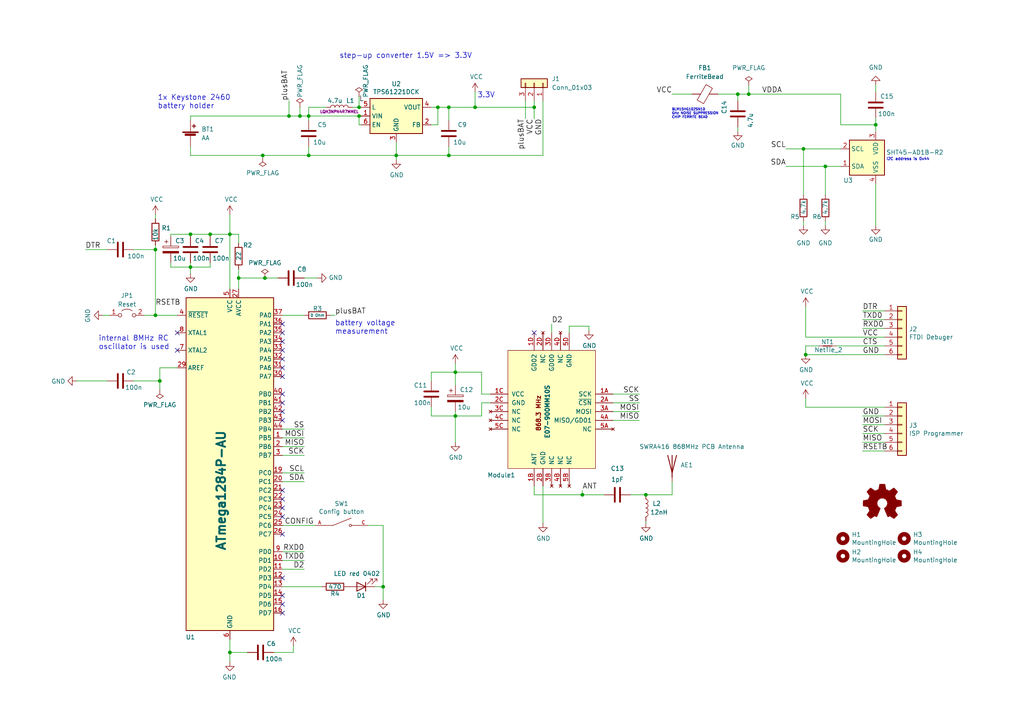
<source format=kicad_sch>
(kicad_sch (version 20211123) (generator eeschema)
  (paper "A4")
  (title_block (title "HB_TH_Sensor_SHT45_AllInOne_FUEL4EP") (date "2024-01-21") (rev "1.4") (company "(C) FUEL4EP") (comment 1 "Creative Commons License, non-commercial") (comment 2 "PCB thickness: 0.8 mm") (comment 3 "ATMega1284P (TQFP)  and eByte E07 900MM10S transceiver module") (comment 4 "AsksinPP SHT45 TH sensor with PCB 868MHz SWRA416 antenna"))
  (lib_symbols
    (symbol "Connector_Generic:Conn_01x03" (pin_names (offset 1.016) hide)
      (property "Reference" "J" (at 0 5.08 0))
      (property "Value" "Conn_01x03" (at 0 -5.08 0))
      (symbol "Conn_01x03_1_1"
        (pin passive line (at -5.08 2.54 0) (length 3.81) (name "Pin_1") (number "1"))
        (pin passive line (at -5.08 0 0) (length 3.81) (name "Pin_2") (number "2"))
        (pin passive line (at -5.08 -2.54 0) (length 3.81) (name "Pin_3") (number "3"))
      )
    )
    (symbol "Connector_Generic:Conn_01x06" (pin_names (offset 1.016) hide)
      (property "Reference" "J" (at 0 7.62 0))
      (property "Value" "Conn_01x06" (at 0 -10.16 0))
      (symbol "Conn_01x06_1_1"
        (pin passive line (at -5.08 5.08 0) (length 3.81) (name "Pin_1") (number "1"))
        (pin passive line (at -5.08 2.54 0) (length 3.81) (name "Pin_2") (number "2"))
        (pin passive line (at -5.08 0 0) (length 3.81) (name "Pin_3") (number "3"))
        (pin passive line (at -5.08 -2.54 0) (length 3.81) (name "Pin_4") (number "4"))
        (pin passive line (at -5.08 -5.08 0) (length 3.81) (name "Pin_5") (number "5"))
        (pin passive line (at -5.08 -7.62 0) (length 3.81) (name "Pin_6") (number "6"))
      )
    )
    (symbol "Device:Antenna" (pin_numbers hide) (pin_names (offset 1.016) hide)
      (property "Reference" "AE" (at -1.905 1.905 0))
      (property "Value" "Antenna" (at -1.905 0 0))
      (symbol "Antenna_1_1"
        (pin input line (at 0 -5.08 90) (length 2.54) (name "A") (number "1"))
      )
    )
    (symbol "Device:Battery_Cell" (pin_numbers hide) (pin_names (offset 0) hide)
      (property "Reference" "BT" (at 2.54 2.54 0))
      (property "Value" "Battery_Cell" (at 2.54 0 0))
      (symbol "Battery_Cell_1_1"
        (pin passive line (at 0 5.08 270) (length 2.54) (name "+") (number "1"))
        (pin passive line (at 0 -2.54 90) (length 2.54) (name "-") (number "2"))
      )
    )
    (symbol "Device:C" (pin_numbers hide) (pin_names (offset 0.254))
      (property "Reference" "C" (at 0.635 2.54 0))
      (property "Value" "C" (at 0.635 -2.54 0))
      (symbol "C_1_1"
        (pin passive line (at 0 3.81 270) (length 2.794) (name "~") (number "1"))
        (pin passive line (at 0 -3.81 90) (length 2.794) (name "~") (number "2"))
      )
    )
    (symbol "Device:C_Polarized" (pin_numbers hide) (pin_names (offset 0.254))
      (property "Reference" "C" (at 0.635 2.54 0))
      (property "Value" "C_Polarized" (at 0.635 -2.54 0))
      (symbol "C_Polarized_1_1"
        (pin passive line (at 0 3.81 270) (length 2.794) (name "~") (number "1"))
        (pin passive line (at 0 -3.81 90) (length 2.794) (name "~") (number "2"))
      )
    )
    (symbol "Device:FerriteBead" (pin_numbers hide) (pin_names (offset 0))
      (property "Reference" "FB" (at -3.81 0.635 90))
      (property "Value" "FerriteBead" (at 3.81 0 90))
      (symbol "FerriteBead_1_1"
        (pin passive line (at 0 3.81 270) (length 2.54) (name "~") (number "1"))
        (pin passive line (at 0 -3.81 90) (length 2.54) (name "~") (number "2"))
      )
    )
    (symbol "Device:L" (pin_numbers hide) (pin_names (offset 1.016) hide)
      (property "Reference" "L" (at -1.27 0 90))
      (property "Value" "L" (at 1.905 0 90))
      (symbol "L_1_1"
        (pin passive line (at 0 3.81 270) (length 1.27) (name "1") (number "1"))
        (pin passive line (at 0 -3.81 90) (length 1.27) (name "2") (number "2"))
      )
    )
    (symbol "Device:LED" (pin_numbers hide) (pin_names (offset 1.016) hide)
      (property "Reference" "D" (at 0 2.54 0))
      (property "Value" "LED" (at 0 -2.54 0))
      (symbol "LED_1_1"
        (pin passive line (at -3.81 0 0) (length 2.54) (name "K") (number "1"))
        (pin passive line (at 3.81 0 180) (length 2.54) (name "A") (number "2"))
      )
    )
    (symbol "Device:NetTie_2" (pin_numbers hide) (pin_names (offset 0) hide) (in_bom no)
      (property "Reference" "NT" (at 0 1.27 0))
      (property "Value" "NetTie_2" (at 0 -1.27 0))
      (symbol "NetTie_2_1_1"
        (pin passive line (at -2.54 0 0) (length 2.54) (name "1") (number "1"))
        (pin passive line (at 2.54 0 180) (length 2.54) (name "2") (number "2"))
      )
    )
    (symbol "Device:R" (pin_numbers hide) (pin_names (offset 0))
      (property "Reference" "R" (at 2.032 0 90))
      (property "Value" "R" (at 0 0 90))
      (symbol "R_1_1"
        (pin passive line (at 0 3.81 270) (length 1.27) (name "~") (number "1"))
        (pin passive line (at 0 -3.81 90) (length 1.27) (name "~") (number "2"))
      )
    )
    (symbol "FUEL4EP:E07-900MM10S" (pin_names (offset 1.016))
      (property "Reference" "Module" (at 0.635 -1.905 0))
      (property "Value" "E07-900MM10S" (at 11.43 15.875 90))
      (symbol "E07-900MM10S_0_0"
        (text "868.3 MHz" (at 8.89 10.795 900) (effects (font (size 1.27 1.27) bold) (justify left)))
        (pin input line (at 30.48 21.59 180) (length 5.08) (name "SCK") (number "1A"))
        (pin output line (at 7.62 -5.08 90) (length 5.08) (name "ANT") (number "1B"))
        (pin output line (at 7.62 39.37 270) (length 5.08) (name "GD02") (number "1D"))
        (pin input line (at 30.48 19.05 180) (length 5.08) (name "~{CSN}") (number "2A"))
        (pin power_in line (at 10.16 -5.08 90) (length 5.08) (name "GND") (number "2B"))
        (pin power_in line (at -5.08 19.05 0) (length 5.08) (name "GND") (number "2C"))
        (pin input line (at 30.48 16.51 180) (length 5.08) (name "MOSI") (number "3A"))
        (pin no_connect line (at -5.08 16.51 0) (length 5.08) (name "NC") (number "3C"))
        (pin output line (at 12.7 39.37 270) (length 5.08) (name "GD00") (number "3D"))
        (pin tri_state line (at 30.48 13.97 180) (length 5.08) (name "MISO/GD01") (number "4A"))
      )
      (symbol "E07-900MM10S_1_1"
        (pin power_in line (at -5.08 21.59 0) (length 5.08) (name "VCC") (number "1C"))
        (pin no_connect line (at 10.16 39.37 270) (length 5.08) (name "NC") (number "2D"))
        (pin no_connect line (at 12.7 -5.08 90) (length 5.08) (name "NC") (number "3B"))
        (pin no_connect line (at 15.24 -5.08 90) (length 5.08) (name "NC") (number "4B"))
        (pin no_connect line (at -5.08 13.97 0) (length 5.08) (name "NC") (number "4C"))
        (pin no_connect line (at 15.24 39.37 270) (length 5.08) (name "NC") (number "4D"))
        (pin no_connect line (at 30.48 11.43 180) (length 5.08) (name "NC") (number "5A"))
        (pin no_connect line (at 17.78 -5.08 90) (length 5.08) (name "NC") (number "5B"))
        (pin no_connect line (at -5.08 11.43 0) (length 5.08) (name "NC") (number "5C"))
        (pin power_in line (at 17.78 39.37 270) (length 5.08) (name "GND") (number "5D"))
      )
    )
    (symbol "FUEL4EP:TS-1187A-B-A-B" (pin_names (offset 1.016) hide)
      (property "Reference" "S" (at -2.54 2.54 0))
      (property "Value" "TS-1187A-B-A-B" (at -2.54 -2.54 0))
      (symbol "TS-1187A-B-A-B_0_0"
        (pin passive line (at -7.62 0 0) (length 2.54) (name "~") (number "A"))
        (pin passive line (at -7.62 0 0) (length 2.54) hide (name "e") (number "B"))
        (pin passive line (at 7.62 0 180) (length 2.54) (name "~") (number "C"))
        (pin passive line (at 7.62 0 180) (length 2.54) hide (name "~") (number "D"))
      )
    )
    (symbol "Graphic:Logo_Open_Hardware_Small" (pin_names (offset 1.016)))
    (symbol "Jumper:Jumper_2_Open" (pin_names (offset 0) hide)
      (property "Reference" "JP" (at 0 2.794 0))
      (property "Value" "Jumper_2_Open" (at 0 -2.286 0))
      (symbol "Jumper_2_Open_1_1"
        (pin passive line (at -5.08 0 0) (length 2.54) (name "A") (number "1"))
        (pin passive line (at 5.08 0 180) (length 2.54) (name "B") (number "2"))
      )
    )
    (symbol "MCU_Microchip_ATmega:ATmega1284P-A"
      (property "Reference" "U" (at -12.7 49.53 0))
      (property "Value" "ATmega1284P-A" (at 2.54 -49.53 0))
      (symbol "ATmega1284P-A_1_1"
        (pin bidirectional line (at 15.24 7.62 180) (length 2.54) (name "PB5") (number "1"))
        (pin bidirectional line (at 15.24 -27.94 180) (length 2.54) (name "PD1") (number "10"))
        (pin bidirectional line (at 15.24 -30.48 180) (length 2.54) (name "PD2") (number "11"))
        (pin bidirectional line (at 15.24 -33.02 180) (length 2.54) (name "PD3") (number "12"))
        (pin bidirectional line (at 15.24 -35.56 180) (length 2.54) (name "PD4") (number "13"))
        (pin bidirectional line (at 15.24 -38.1 180) (length 2.54) (name "PD5") (number "14"))
        (pin bidirectional line (at 15.24 -40.64 180) (length 2.54) (name "PD6") (number "15"))
        (pin bidirectional line (at 15.24 -43.18 180) (length 2.54) (name "PD7") (number "16"))
        (pin passive line (at 0 50.8 270) (length 2.54) hide (name "VCC") (number "17"))
        (pin passive line (at 0 -50.8 90) (length 2.54) hide (name "GND") (number "18"))
        (pin bidirectional line (at 15.24 -2.54 180) (length 2.54) (name "PC0") (number "19"))
        (pin bidirectional line (at 15.24 5.08 180) (length 2.54) (name "PB6") (number "2"))
        (pin bidirectional line (at 15.24 -5.08 180) (length 2.54) (name "PC1") (number "20"))
        (pin bidirectional line (at 15.24 -7.62 180) (length 2.54) (name "PC2") (number "21"))
        (pin bidirectional line (at 15.24 -10.16 180) (length 2.54) (name "PC3") (number "22"))
        (pin bidirectional line (at 15.24 -12.7 180) (length 2.54) (name "PC4") (number "23"))
        (pin bidirectional line (at 15.24 -15.24 180) (length 2.54) (name "PC5") (number "24"))
        (pin bidirectional line (at 15.24 -17.78 180) (length 2.54) (name "PC6") (number "25"))
        (pin bidirectional line (at 15.24 -20.32 180) (length 2.54) (name "PC7") (number "26"))
        (pin power_in line (at 2.54 50.8 270) (length 2.54) (name "AVCC") (number "27"))
        (pin passive line (at 0 -50.8 90) (length 2.54) hide (name "GND") (number "28"))
        (pin passive line (at -15.24 27.94 0) (length 2.54) (name "AREF") (number "29"))
        (pin bidirectional line (at 15.24 2.54 180) (length 2.54) (name "PB7") (number "3"))
        (pin bidirectional line (at 15.24 25.4 180) (length 2.54) (name "PA7") (number "30"))
        (pin bidirectional line (at 15.24 27.94 180) (length 2.54) (name "PA6") (number "31"))
        (pin bidirectional line (at 15.24 30.48 180) (length 2.54) (name "PA5") (number "32"))
        (pin bidirectional line (at 15.24 33.02 180) (length 2.54) (name "PA4") (number "33"))
        (pin bidirectional line (at 15.24 35.56 180) (length 2.54) (name "PA3") (number "34"))
        (pin bidirectional line (at 15.24 38.1 180) (length 2.54) (name "PA2") (number "35"))
        (pin bidirectional line (at 15.24 40.64 180) (length 2.54) (name "PA1") (number "36"))
        (pin bidirectional line (at 15.24 43.18 180) (length 2.54) (name "PA0") (number "37"))
        (pin passive line (at 0 50.8 270) (length 2.54) hide (name "VCC") (number "38"))
        (pin passive line (at 0 -50.8 90) (length 2.54) hide (name "GND") (number "39"))
        (pin input line (at -15.24 43.18 0) (length 2.54) (name "~{RESET}") (number "4"))
        (pin bidirectional line (at 15.24 20.32 180) (length 2.54) (name "PB0") (number "40"))
        (pin bidirectional line (at 15.24 17.78 180) (length 2.54) (name "PB1") (number "41"))
        (pin bidirectional line (at 15.24 15.24 180) (length 2.54) (name "PB2") (number "42"))
        (pin bidirectional line (at 15.24 12.7 180) (length 2.54) (name "PB3") (number "43"))
        (pin bidirectional line (at 15.24 10.16 180) (length 2.54) (name "PB4") (number "44"))
        (pin power_in line (at 0 50.8 270) (length 2.54) (name "VCC") (number "5"))
        (pin power_in line (at 0 -50.8 90) (length 2.54) (name "GND") (number "6"))
        (pin output line (at -15.24 33.02 0) (length 2.54) (name "XTAL2") (number "7"))
        (pin input line (at -15.24 38.1 0) (length 2.54) (name "XTAL1") (number "8"))
        (pin bidirectional line (at 15.24 -25.4 180) (length 2.54) (name "PD0") (number "9"))
      )
    )
    (symbol "Mechanical:MountingHole" (pin_names (offset 1.016))
      (property "Reference" "H" (at 0 5.08 0))
      (property "Value" "MountingHole" (at 0 3.175 0))
    )
    (symbol "Regulator_Switching:TPS61221DCK"
      (property "Reference" "U" (at -7.62 6.35 0))
      (property "Value" "TPS61221DCK" (at 2.54 6.35 0))
      (symbol "TPS61221DCK_1_1"
        (pin power_in line (at -10.16 0 0) (length 2.54) (name "VIN") (number "1"))
        (pin input line (at 10.16 -2.54 180) (length 2.54) (name "FB") (number "2"))
        (pin power_in line (at 0 -7.62 90) (length 2.54) (name "GND") (number "3"))
        (pin power_out line (at 10.16 2.54 180) (length 2.54) (name "VOUT") (number "4"))
        (pin power_in line (at -10.16 2.54 0) (length 2.54) (name "L") (number "5"))
        (pin input line (at -10.16 -2.54 0) (length 2.54) (name "EN") (number "6"))
      )
    )
    (symbol "Sensor_Humidity:SHT4x"
      (property "Reference" "U" (at 0 8.89 0))
      (property "Value" "SHT4x" (at 0 6.35 0))
      (symbol "SHT4x_1_1"
        (pin bidirectional line (at -7.62 -2.54 0) (length 2.54) (name "SDA") (number "1"))
        (pin input line (at -7.62 2.54 0) (length 2.54) (name "SCL") (number "2"))
        (pin power_in line (at 2.54 7.62 270) (length 2.54) (name "VDD") (number "3"))
        (pin power_in line (at 2.54 -7.62 90) (length 2.54) (name "VSS") (number "4"))
      )
    )
    (symbol "power:GND" (power) (pin_names (offset 0))
      (property "Value" "GND" (at 0 -3.81 0))
      (symbol "GND_1_1"
        (pin power_in line (at 0 0 270) (length 0) hide (name "GND") (number "1"))
      )
    )
    (symbol "power:PWR_FLAG" (power) (pin_numbers hide) (pin_names (offset 0) hide)
      (property "Value" "PWR_FLAG" (at 0 3.81 0))
      (symbol "PWR_FLAG_0_0"
        (pin power_out line (at 0 0 90) (length 0) (name "pwr") (number "1"))
      )
    )
    (symbol "power:VCC" (power) (pin_names (offset 0))
      (property "Value" "VCC" (at 0 3.81 0))
      (symbol "VCC_1_1"
        (pin power_in line (at 0 0 90) (length 0) hide (name "VCC") (number "1"))
      )
    )
  )
  (junction (at 111.125 170.18))
  (junction (at 114.935 45.085))
  (junction (at 168.91 143.51))
  (junction (at 104.14 31.115))
  (junction (at 137.795 31.115))
  (junction (at 46.355 110.49))
  (junction (at 86.995 33.655))
  (junction (at 76.2 45.085))
  (junction (at 233.045 43.18))
  (junction (at 66.675 189.23))
  (junction (at 213.995 27.305))
  (junction (at 187.325 143.51))
  (junction (at 69.215 80.645))
  (junction (at 132.08 107.95))
  (junction (at 130.175 31.115))
  (junction (at 55.245 77.47))
  (junction (at 254 36.195))
  (junction (at 76.835 80.645))
  (junction (at 104.14 33.655))
  (junction (at 130.175 45.085))
  (junction (at 89.535 45.085))
  (junction (at 55.245 67.945))
  (junction (at 233.68 102.87))
  (junction (at 127 31.115))
  (junction (at 132.08 120.65))
  (junction (at 89.535 33.655))
  (junction (at 239.395 48.26))
  (junction (at 83.82 33.655))
  (junction (at 154.94 31.115))
  (junction (at 217.17 27.305))
  (junction (at 45.085 72.39))
  (junction (at 60.96 67.945))
  (junction (at 66.675 67.945))
  (junction (at 45.085 91.44))
  (no_connect (at 81.915 154.94))
  (no_connect (at 81.915 99.06))
  (no_connect (at 51.435 101.6))
  (no_connect (at 81.915 149.86))
  (no_connect (at 81.915 175.26))
  (no_connect (at 81.915 121.92))
  (no_connect (at 81.915 116.84))
  (no_connect (at 154.94 96.52))
  (no_connect (at 81.915 101.6))
  (no_connect (at 81.915 142.24))
  (no_connect (at 81.915 119.38))
  (no_connect (at 81.915 109.22))
  (no_connect (at 81.915 172.72))
  (no_connect (at 51.435 96.52))
  (no_connect (at 81.915 147.32))
  (no_connect (at 81.915 167.64))
  (no_connect (at 81.915 93.98))
  (no_connect (at 81.915 177.8))
  (no_connect (at 81.915 96.52))
  (no_connect (at 81.915 104.14))
  (no_connect (at 81.915 144.78))
  (no_connect (at 81.915 114.3))
  (no_connect (at 81.915 106.68))
  (wire (pts (xy 104.14 31.115) (xy 102.235 31.115)))
  (wire (pts (xy 106.68 152.4) (xy 111.125 152.4)))
  (wire (pts (xy 243.84 27.305) (xy 243.84 36.195)))
  (wire (pts (xy 254 36.195) (xy 254 34.29)))
  (wire (pts (xy 177.8 119.38) (xy 185.42 119.38)))
  (wire (pts (xy 31.115 72.39) (xy 24.765 72.39)))
  (wire (pts (xy 66.675 67.945) (xy 66.675 83.82)))
  (wire (pts (xy 130.175 45.085) (xy 157.48 45.085)))
  (wire (pts (xy 38.735 110.49) (xy 46.355 110.49)))
  (wire (pts (xy 81.915 165.1) (xy 88.265 165.1)))
  (wire (pts (xy 132.08 128.27) (xy 132.08 120.65)))
  (wire (pts (xy 89.535 33.655) (xy 86.995 33.655)))
  (wire (pts (xy 104.14 31.115) (xy 104.14 27.94)))
  (wire (pts (xy 45.085 71.12) (xy 45.085 72.39)))
  (wire (pts (xy 83.82 33.655) (xy 86.995 33.655)))
  (wire (pts (xy 60.96 67.945) (xy 60.96 68.58)))
  (wire (pts (xy 130.175 45.085) (xy 130.175 42.545)))
  (wire (pts (xy 125.095 107.95) (xy 125.095 110.49)))
  (wire (pts (xy 69.215 80.645) (xy 69.215 83.82)))
  (wire (pts (xy 182.88 143.51) (xy 187.325 143.51)))
  (wire (pts (xy 81.915 124.46) (xy 88.265 124.46)))
  (wire (pts (xy 132.08 120.65) (xy 125.095 120.65)))
  (wire (pts (xy 55.245 77.47) (xy 55.245 79.375)))
  (wire (pts (xy 177.8 114.3) (xy 185.42 114.3)))
  (wire (pts (xy 213.995 27.305) (xy 213.995 29.21)))
  (wire (pts (xy 233.68 97.79) (xy 233.68 88.9)))
  (wire (pts (xy 111.125 170.18) (xy 111.125 173.99)))
  (wire (pts (xy 81.915 162.56) (xy 88.265 162.56)))
  (wire (pts (xy 80.645 80.645) (xy 76.835 80.645)))
  (wire (pts (xy 254 53.34) (xy 254 65.405)))
  (wire (pts (xy 46.355 110.49) (xy 46.355 106.68)))
  (wire (pts (xy 170.815 94.615) (xy 170.815 95.885)))
  (wire (pts (xy 213.995 36.83) (xy 213.995 38.1)))
  (wire (pts (xy 256.54 128.27) (xy 250.19 128.27)))
  (wire (pts (xy 233.68 100.33) (xy 237.49 100.33)))
  (wire (pts (xy 89.535 45.085) (xy 114.935 45.085)))
  (wire (pts (xy 139.7 120.65) (xy 132.08 120.65)))
  (wire (pts (xy 66.675 67.945) (xy 69.215 67.945)))
  (wire (pts (xy 104.775 31.115) (xy 104.14 31.115)))
  (wire (pts (xy 81.915 160.02) (xy 88.265 160.02)))
  (wire (pts (xy 139.7 107.95) (xy 132.08 107.95)))
  (wire (pts (xy 86.995 31.115) (xy 86.995 33.655)))
  (wire (pts (xy 125.095 118.11) (xy 125.095 120.65)))
  (wire (pts (xy 168.91 142.24) (xy 168.91 143.51)))
  (wire (pts (xy 132.08 105.41) (xy 132.08 107.95)))
  (wire (pts (xy 208.28 27.305) (xy 213.995 27.305)))
  (wire (pts (xy 49.53 76.2) (xy 49.53 77.47)))
  (wire (pts (xy 256.54 95.25) (xy 250.19 95.25)))
  (wire (pts (xy 89.535 33.655) (xy 104.14 33.655)))
  (wire (pts (xy 114.935 45.085) (xy 130.175 45.085)))
  (wire (pts (xy 256.54 118.11) (xy 233.68 118.11)))
  (wire (pts (xy 55.245 33.655) (xy 83.82 33.655)))
  (wire (pts (xy 104.775 36.195) (xy 104.14 36.195)))
  (wire (pts (xy 233.045 64.135) (xy 233.045 65.405)))
  (wire (pts (xy 89.535 33.655) (xy 89.535 34.925)))
  (wire (pts (xy 89.535 31.115) (xy 94.615 31.115)))
  (wire (pts (xy 139.7 116.84) (xy 139.7 120.65)))
  (wire (pts (xy 66.675 185.42) (xy 66.675 189.23)))
  (wire (pts (xy 55.245 42.545) (xy 55.245 45.085)))
  (wire (pts (xy 108.585 170.18) (xy 111.125 170.18)))
  (wire (pts (xy 217.17 27.305) (xy 213.995 27.305)))
  (wire (pts (xy 243.84 43.18) (xy 233.045 43.18)))
  (wire (pts (xy 104.14 36.195) (xy 104.14 33.655)))
  (wire (pts (xy 81.915 127) (xy 88.265 127)))
  (wire (pts (xy 194.945 27.305) (xy 200.66 27.305)))
  (wire (pts (xy 81.915 129.54) (xy 88.265 129.54)))
  (wire (pts (xy 45.085 91.44) (xy 51.435 91.44)))
  (wire (pts (xy 187.325 143.51) (xy 194.945 143.51)))
  (wire (pts (xy 227.965 43.18) (xy 233.045 43.18)))
  (wire (pts (xy 81.915 132.08) (xy 88.265 132.08)))
  (wire (pts (xy 49.53 68.58) (xy 49.53 67.945)))
  (wire (pts (xy 157.48 140.97) (xy 157.48 151.765)))
  (wire (pts (xy 81.915 137.16) (xy 88.265 137.16)))
  (wire (pts (xy 66.675 62.23) (xy 66.675 67.945)))
  (wire (pts (xy 242.57 100.33) (xy 256.54 100.33)))
  (wire (pts (xy 227.965 48.26) (xy 239.395 48.26)))
  (wire (pts (xy 142.24 114.3) (xy 139.7 114.3)))
  (wire (pts (xy 132.08 107.95) (xy 125.095 107.95)))
  (wire (pts (xy 41.91 91.44) (xy 45.085 91.44)))
  (wire (pts (xy 89.535 31.115) (xy 89.535 33.655)))
  (wire (pts (xy 49.53 67.945) (xy 55.245 67.945)))
  (wire (pts (xy 165.1 94.615) (xy 170.815 94.615)))
  (wire (pts (xy 137.795 26.67) (xy 137.795 31.115)))
  (wire (pts (xy 187.325 151.13) (xy 187.325 151.765)))
  (wire (pts (xy 22.225 110.49) (xy 31.115 110.49)))
  (wire (pts (xy 95.885 91.44) (xy 97.155 91.44)))
  (wire (pts (xy 46.355 106.68) (xy 51.435 106.68)))
  (wire (pts (xy 69.215 80.645) (xy 76.835 80.645)))
  (wire (pts (xy 79.375 189.23) (xy 85.09 189.23)))
  (wire (pts (xy 243.84 48.26) (xy 239.395 48.26)))
  (wire (pts (xy 233.68 118.11) (xy 233.68 115.57)))
  (wire (pts (xy 55.245 76.2) (xy 55.245 77.47)))
  (wire (pts (xy 93.345 170.18) (xy 81.915 170.18)))
  (wire (pts (xy 130.175 31.115) (xy 130.175 34.925)))
  (wire (pts (xy 69.215 70.485) (xy 69.215 67.945)))
  (wire (pts (xy 256.54 123.19) (xy 250.19 123.19)))
  (wire (pts (xy 91.44 152.4) (xy 81.915 152.4)))
  (wire (pts (xy 127 36.195) (xy 127 31.115)))
  (wire (pts (xy 125.095 36.195) (xy 127 36.195)))
  (wire (pts (xy 154.94 140.97) (xy 154.94 143.51)))
  (wire (pts (xy 88.265 80.645) (xy 92.075 80.645)))
  (wire (pts (xy 55.245 67.945) (xy 60.96 67.945)))
  (wire (pts (xy 60.96 67.945) (xy 66.675 67.945)))
  (wire (pts (xy 137.795 31.115) (xy 154.94 31.115)))
  (wire (pts (xy 254 24.638) (xy 254 26.67)))
  (wire (pts (xy 175.26 143.51) (xy 168.91 143.51)))
  (wire (pts (xy 132.08 107.95) (xy 132.08 111.76)))
  (wire (pts (xy 66.675 189.23) (xy 71.755 189.23)))
  (wire (pts (xy 55.245 45.085) (xy 76.2 45.085)))
  (wire (pts (xy 111.125 152.4) (xy 111.125 170.18)))
  (wire (pts (xy 76.2 45.085) (xy 76.2 45.72)))
  (wire (pts (xy 132.08 120.65) (xy 132.08 119.38)))
  (wire (pts (xy 38.735 72.39) (xy 45.085 72.39)))
  (wire (pts (xy 104.775 33.655) (xy 104.14 33.655)))
  (wire (pts (xy 217.17 24.765) (xy 217.17 27.305)))
  (wire (pts (xy 165.1 96.52) (xy 165.1 94.615)))
  (wire (pts (xy 46.355 113.03) (xy 46.355 110.49)))
  (wire (pts (xy 154.94 31.115) (xy 154.94 34.417)))
  (wire (pts (xy 55.245 67.945) (xy 55.245 68.58)))
  (wire (pts (xy 194.945 139.7) (xy 194.945 143.51)))
  (wire (pts (xy 217.17 27.305) (xy 243.84 27.305)))
  (wire (pts (xy 177.8 116.84) (xy 185.42 116.84)))
  (wire (pts (xy 239.395 48.26) (xy 239.395 56.515)))
  (wire (pts (xy 256.54 90.17) (xy 250.19 90.17)))
  (wire (pts (xy 66.675 189.23) (xy 66.675 192.024)))
  (wire (pts (xy 127 31.115) (xy 125.095 31.115)))
  (wire (pts (xy 130.175 31.115) (xy 127 31.115)))
  (wire (pts (xy 177.8 121.92) (xy 185.42 121.92)))
  (wire (pts (xy 233.045 43.18) (xy 233.045 56.515)))
  (wire (pts (xy 76.2 45.085) (xy 89.535 45.085)))
  (wire (pts (xy 89.535 45.085) (xy 89.535 42.545)))
  (wire (pts (xy 139.7 114.3) (xy 139.7 107.95)))
  (wire (pts (xy 114.935 41.275) (xy 114.935 45.085)))
  (wire (pts (xy 81.915 139.7) (xy 88.265 139.7)))
  (wire (pts (xy 256.54 92.71) (xy 250.19 92.71)))
  (wire (pts (xy 55.245 77.47) (xy 60.96 77.47)))
  (wire (pts (xy 256.54 125.73) (xy 250.19 125.73)))
  (wire (pts (xy 142.24 116.84) (xy 139.7 116.84)))
  (wire (pts (xy 152.4 29.21) (xy 152.4 34.417)))
  (wire (pts (xy 233.68 102.87) (xy 256.54 102.87)))
  (wire (pts (xy 55.245 33.655) (xy 55.245 34.925)))
  (wire (pts (xy 85.09 189.23) (xy 85.09 187.325)))
  (wire (pts (xy 60.96 76.2) (xy 60.96 77.47)))
  (wire (pts (xy 254 36.195) (xy 254 38.1)))
  (wire (pts (xy 45.085 72.39) (xy 45.085 91.44)))
  (wire (pts (xy 49.53 77.47) (xy 55.245 77.47)))
  (wire (pts (xy 45.085 62.23) (xy 45.085 63.5)))
  (wire (pts (xy 239.395 64.135) (xy 239.395 65.405)))
  (wire (pts (xy 114.935 45.085) (xy 114.935 46.355)))
  (wire (pts (xy 256.54 130.81) (xy 250.19 130.81)))
  (wire (pts (xy 154.94 29.21) (xy 154.94 31.115)))
  (wire (pts (xy 233.68 100.33) (xy 233.68 102.87)))
  (wire (pts (xy 29.845 91.44) (xy 31.75 91.44)))
  (wire (pts (xy 130.175 31.115) (xy 137.795 31.115)))
  (wire (pts (xy 83.82 29.21) (xy 83.82 33.655)))
  (wire (pts (xy 168.91 143.51) (xy 154.94 143.51)))
  (wire (pts (xy 160.02 93.98) (xy 160.02 96.52)))
  (wire (pts (xy 69.215 78.105) (xy 69.215 80.645)))
  (wire (pts (xy 157.48 45.085) (xy 157.48 29.21)))
  (wire (pts (xy 250.19 120.65) (xy 256.54 120.65)))
  (wire (pts (xy 81.915 91.44) (xy 88.265 91.44)))
  (wire (pts (xy 243.84 36.195) (xy 254 36.195)))
  (wire (pts (xy 233.68 97.79) (xy 256.54 97.79)))
  (text "battery voltage\nmeasurement" (at 97.155 97.155 0) (effects (font (size 1.524 1.524)) (justify left bottom)))
  (text "I2C address is 0x44\n" (at 257.048 46.736 0) (effects (font (size 0.8 0.8)) (justify left bottom)))
  (text "internal 8MHz RC\noscillator is used" (at 28.575 101.6 0) (effects (font (size 1.524 1.524)) (justify left bottom)))
  (text "BLM15HG102SN1D\nGHz NOISE SUPPRESSION\nCHIP FERRITE BEAD" (at 194.818 34.544 0) (effects (font (size 0.7 0.7)) (justify left bottom)))
  (text "3.3V" (at 138.43 28.575 0) (effects (font (size 1.524 1.524)) (justify left bottom)))
  (text "step-up converter 1.5V => 3.3V" (at 98.425 17.145 0) (effects (font (size 1.524 1.524)) (justify left bottom)))
  (text "1x Keystone 2460\nbattery holder" (at 45.72 31.75 0) (effects (font (size 1.524 1.524)) (justify left bottom)))
  (label "SCL" (at 88.265 137.16 180) (effects (font (size 1.524 1.524))))
  (label "MOSI" (at 185.42 119.38 180) (effects (font (size 1.524 1.524))))
  (label "SS" (at 185.42 116.84 180) (effects (font (size 1.524 1.524))))
  (label "SDA" (at 88.265 139.7 180) (effects (font (size 1.524 1.524))))
  (label "VCC" (at 250.19 97.79 0) (effects (font (size 1.524 1.524))))
  (label "MOSI" (at 88.265 127 180) (effects (font (size 1.524 1.524))))
  (label "MISO" (at 185.42 121.92 180) (effects (font (size 1.524 1.524))))
  (label "D2" (at 88.265 165.1 180) (effects (font (size 1.524 1.524))))
  (label "D2" (at 160.02 93.98 0) (effects (font (size 1.524 1.524))))
  (label "SCK" (at 250.19 125.73 0) (effects (font (size 1.524 1.524))))
  (label "MISO" (at 250.19 128.27 0) (effects (font (size 1.524 1.524))))
  (label "DTR" (at 250.19 90.17 0) (effects (font (size 1.524 1.524))))
  (label "SDA" (at 227.965 48.26 180) (effects (font (size 1.524 1.524))))
  (label "CONFIG" (at 82.55 152.4 0) (effects (font (size 1.524 1.524))))
  (label "VCC" (at 194.945 27.305 180) (effects (font (size 1.524 1.524))))
  (label "VCC" (at 154.94 34.417 270) (effects (font (size 1.524 1.524))))
  (label "RSETB" (at 45.085 88.9 0) (effects (font (size 1.524 1.524))))
  (label "TXD0" (at 250.19 92.71 0) (effects (font (size 1.524 1.524))))
  (label "ANT" (at 168.91 142.24 0) (effects (font (size 1.524 1.524))))
  (label "VDDA" (at 220.98 27.305 0) (effects (font (size 1.524 1.524))))
  (label "CTS" (at 250.19 100.33 0) (effects (font (size 1.524 1.524))))
  (label "plusBAT" (at 152.4 34.417 270) (effects (font (size 1.524 1.524))))
  (label "GND" (at 250.19 102.87 0) (effects (font (size 1.524 1.524))))
  (label "GND" (at 250.19 120.65 0) (effects (font (size 1.524 1.524))))
  (label "L" (at 104.14 29.845 0) (effects (font (size 1.524 1.524))))
  (label "SS" (at 88.265 124.46 180) (effects (font (size 1.524 1.524))))
  (label "DTR" (at 24.765 72.39 0) (effects (font (size 1.524 1.524))))
  (label "MISO" (at 88.265 129.54 180) (effects (font (size 1.524 1.524))))
  (label "SCK" (at 185.42 114.3 180) (effects (font (size 1.524 1.524))))
  (label "TXD0" (at 88.265 162.56 180) (effects (font (size 1.524 1.524))))
  (label "MOSI" (at 250.19 123.19 0) (effects (font (size 1.524 1.524))))
  (label "plusBAT" (at 83.82 29.21 90) (effects (font (size 1.524 1.524))))
  (label "RXD0" (at 88.265 160.02 180) (effects (font (size 1.524 1.524))))
  (label "SCL" (at 227.965 43.18 180) (effects (font (size 1.524 1.524))))
  (label "RXD0" (at 250.19 95.25 0) (effects (font (size 1.524 1.524))))
  (label "GND" (at 157.48 34.417 270) (effects (font (size 1.524 1.524))))
  (label "plusBAT" (at 97.155 91.44 0) (effects (font (size 1.524 1.524))))
  (label "RSETB" (at 250.19 130.81 0) (effects (font (size 1.524 1.524))))
  (label "SCK" (at 88.265 132.08 180) (effects (font (size 1.524 1.524))))
  (symbol (lib_id "Device:LED") (at 104.775 170.18 180) (unit 1)
    (property "Reference" "D1" (at 104.775 172.72 0))
    (property "Value" "LED red 0402" (at 103.505 166.37 0))
    (property "Footprint" "LED_SMD:LED_0402_1005Metric" (effects hide))
    (property "Datasheet" "https://datasheet.lcsc.com/lcsc/1810191241_TOGIALED-TJ-S1005SW4TGLC2R-A5_C273598.pdf" (effects hide))
    (property "TYPE" "0402" (effects hide))
    (property "LCSC" "C273598" (effects hide))
  )
  (symbol (lib_id "Device:R") (at 97.155 170.18 90) (mirror x) (unit 1)
    (property "Reference" "R4" (at 97.155 172.212 90))
    (property "Value" "470" (at 97.155 170.18 90))
    (property "Footprint" "Resistor_SMD:R_0402_1005Metric" (effects hide))
    (property "Datasheet" "https://datasheet.lcsc.com/lcsc/2205311900_UNI-ROYAL-Uniroyal-Elec-0402WGF4700TCE_C25117.pdf" (effects hide))
    (property "TYPE" "0402" (effects hide))
    (property "LCSC" "C25117" (effects hide))
  )
  (symbol (lib_id "Device:Battery_Cell") (at 55.245 40.005 0) (unit 1) (in_bom no)
    (property "Reference" "BT1" (at 58.42 37.465 0) (effects (justify left)))
    (property "Value" "AA" (at 58.42 40.005 0) (effects (justify left)))
    (property "Footprint" "FUEL4EP:BatteryHolder_Keystone_2460_1xAA" (effects hide))
    (property "TYPE" "0" (effects hide))
  )
  (symbol (lib_id "Connector_Generic:Conn_01x06") (at 261.62 123.19 0) (unit 1)
    (property "Reference" "J3" (at 263.652 123.3932 0) (effects (justify left)))
    (property "Value" "ISP Programmer" (at 263.652 125.7046 0) (effects (justify left)))
    (property "Footprint" "Connector_PinHeader_2.54mm:PinHeader_1x06_P2.54mm_Vertical" (effects hide))
    (property "TYPE" "0" (effects hide))
  )
  (symbol (lib_id "power:GND") (at 132.08 128.27 0) (unit 1)
    (property "Reference" "#PWR012" (effects hide))
    (property "Value" "GND" (at 132.207 132.6642 0))
  )
  (symbol (lib_id "power:VCC") (at 132.08 105.41 0) (unit 1)
    (property "Reference" "#PWR011" (effects hide))
    (property "Value" "VCC" (at 132.461 101.0158 0))
  )
  (symbol (lib_id "Graphic:Logo_Open_Hardware_Small") (at 255.905 146.05 0) (unit 1) (in_bom no)
    (property "Reference" "LOGO1" (effects hide))
    (property "Value" "Logo_Open_Hardware_Small" (effects hide))
    (property "Footprint" "FUEL4EP:CC-BY-ND-SA" (effects hide))
    (property "TYPE" "0" (effects hide))
  )
  (symbol (lib_id "MCU_Microchip_ATmega:ATmega1284P-A") (at 66.675 134.62 0) (unit 1)
    (property "Reference" "U1" (at 55.245 184.785 0))
    (property "Value" "ATmega1284P-AU" (at 64.135 142.24 90) (effects (font (size 2.54 2.54) bold)))
    (property "Footprint" "Package_QFP:TQFP-44_10x10mm_P0.8mm" (effects hide))
    (property "Datasheet" "http://ww1.microchip.com/downloads/en/DeviceDoc/Atmel-8272-8-bit-AVR-microcontroller-ATmega164A_PA-324A_PA-644A_PA-1284_P_datasheet.pdf" (effects hide))
    (property "TYPE" "TQFP-44_10.0x10.0x0.8P" (effects hide))
    (property "LCSC" "C33575" (effects hide))
  )
  (symbol (lib_id "power:PWR_FLAG") (at 46.355 113.03 180) (unit 1)
    (property "Reference" "#FLG01" (effects hide))
    (property "Value" "PWR_FLAG" (at 46.355 117.4242 0))
  )
  (symbol (lib_id "FUEL4EP:TS-1187A-B-A-B") (at 99.06 152.4 0) (unit 1)
    (property "Reference" "SW1" (at 99.06 146.0754 0))
    (property "Value" "Config button" (at 99.06 148.3868 0))
    (property "Footprint" "FUEL4EP:SW_TS-1187A-B-A-B" (effects hide))
    (property "Datasheet" "https://datasheet.lcsc.com/lcsc/2002271431_XKB-Connectivity-TS-1187A-B-A-B_C318884.pdf" (effects hide))
    (property "PARTREV" "A0" (effects hide))
    (property "MANUFACTURER" "XKB Industrial Precision" (effects hide))
    (property "MAXIMUM_PACKAGE_HEIGHT" "1.5mm" (effects hide))
    (property "STANDARD" "Manufacturer Recommendations" (effects hide))
    (property "TYPE" "SMD-SW-4_5.1x5.1x1.5" (effects hide))
    (property "LCSC" "C318884" (effects hide))
  )
  (symbol (lib_id "power:VCC") (at 233.68 115.57 0) (unit 1)
    (property "Reference" "#PWR023" (effects hide))
    (property "Value" "VCC" (at 234.061 111.1758 0))
  )
  (symbol (lib_id "Device:R") (at 69.215 74.295 0) (unit 1)
    (property "Reference" "R2" (at 70.485 71.12 0) (effects (justify left)))
    (property "Value" "22" (at 69.215 75.565 90) (effects (justify left)))
    (property "Footprint" "Resistor_SMD:R_0402_1005Metric" (effects hide))
    (property "Datasheet" "https://datasheet.lcsc.com/lcsc/1810291812_UNI-ROYAL-Uniroyal-Elec-0603WAF220JT5E_C23345.pdf" (effects hide))
    (property "TYPE" "0603" (effects hide))
    (property "LCSC" "C23345" (effects hide))
  )
  (symbol (lib_id "Device:R") (at 45.085 67.31 0) (unit 1)
    (property "Reference" "R1" (at 46.863 66.1416 0) (effects (justify left)))
    (property "Value" "10k" (at 45.085 69.85 90) (effects (justify left)))
    (property "Footprint" "Resistor_SMD:R_0402_1005Metric" (effects hide))
    (property "Datasheet" "https://datasheet.lcsc.com/lcsc/2206010100_UNI-ROYAL-Uniroyal-Elec-0402WGF1002TCE_C25744.pdf" (effects hide))
    (property "TYPE" "0402" (effects hide))
    (property "LCSC" "C25744" (effects hide))
  )
  (symbol (lib_id "power:VCC") (at 45.085 62.23 0) (unit 1)
    (property "Reference" "#PWR02" (effects hide))
    (property "Value" "VCC" (at 45.466 57.8358 0))
  )
  (symbol (lib_id "power:GND") (at 92.075 80.645 90) (unit 1)
    (property "Reference" "#PWR07" (effects hide))
    (property "Value" "GND" (at 95.3262 80.518 90) (effects (justify right)))
  )
  (symbol (lib_id "power:GND") (at 55.245 79.375 0) (unit 1)
    (property "Reference" "#PWR03" (effects hide))
    (property "Value" "GND" (at 55.372 83.7692 0))
  )
  (symbol (lib_id "power:GND") (at 66.675 192.024 0) (mirror y) (unit 1)
    (property "Reference" "#PWR05" (effects hide))
    (property "Value" "GND" (at 66.548 196.4182 0))
  )
  (symbol (lib_id "Connector_Generic:Conn_01x06") (at 261.62 95.25 0) (unit 1)
    (property "Reference" "J2" (at 263.652 95.4532 0) (effects (justify left)))
    (property "Value" "FTDI Debuger" (at 263.652 97.7646 0) (effects (justify left)))
    (property "Footprint" "Connector_PinHeader_2.54mm:PinHeader_1x06_P2.54mm_Vertical" (effects hide))
    (property "TYPE" "0" (effects hide))
  )
  (symbol (lib_id "power:PWR_FLAG") (at 76.835 80.645 0) (unit 1)
    (property "Reference" "#FLG04" (effects hide))
    (property "Value" "PWR_FLAG" (at 76.835 76.2508 0))
  )
  (symbol (lib_id "power:VCC") (at 233.68 88.9 0) (unit 1)
    (property "Reference" "#PWR021" (effects hide))
    (property "Value" "VCC" (at 234.061 84.5058 0))
  )
  (symbol (lib_id "power:GND") (at 233.68 102.87 0) (unit 1)
    (property "Reference" "#PWR022" (effects hide))
    (property "Value" "GND" (at 233.807 107.2642 0))
  )
  (symbol (lib_id "power:GND") (at 111.125 173.99 0) (unit 1)
    (property "Reference" "#PWR09" (effects hide))
    (property "Value" "GND" (at 111.252 178.3842 0))
  )
  (symbol (lib_id "Regulator_Switching:TPS61221DCK") (at 114.935 33.655 0) (unit 1)
    (property "Reference" "U2" (at 114.935 24.3332 0))
    (property "Value" "TPS61221DCK" (at 114.935 26.6446 0))
    (property "Footprint" "Package_TO_SOT_SMD:Texas_R-PDSO-G6" (effects hide))
    (property "Datasheet" "http://www.ti.com/lit/ds/symlink/tps61220.pdf" (effects hide))
    (property "LCSC" "C2865756" (effects hide))
    (property "TYPE" "SOT-363" (effects hide))
  )
  (symbol (lib_id "Device:C") (at 89.535 38.735 0) (unit 1)
    (property "Reference" "C5" (at 92.075 36.195 0) (effects (justify left)))
    (property "Value" "10u" (at 90.805 41.275 0) (effects (justify left)))
    (property "Footprint" "Capacitor_SMD:C_0805_2012Metric" (effects hide))
    (property "Datasheet" "https://datasheet.lcsc.com/lcsc/1811121310_Samsung-Electro-Mechanics-CL21A106KAYNNNE_C15850.pdf" (effects hide))
    (property "TYPE" "0805" (effects hide))
    (property "LCSC" "C15850" (effects hide))
  )
  (symbol (lib_id "Device:C") (at 130.175 38.735 0) (unit 1)
    (property "Reference" "C9" (at 132.715 36.195 0) (effects (justify left)))
    (property "Value" "10u" (at 131.445 41.275 0) (effects (justify left)))
    (property "Footprint" "Capacitor_SMD:C_0805_2012Metric" (effects hide))
    (property "Datasheet" "https://datasheet.lcsc.com/lcsc/1811121310_Samsung-Electro-Mechanics-CL21A106KAYNNNE_C15850.pdf" (effects hide))
    (property "TYPE" "0805" (effects hide))
    (property "LCSC" "C15850" (effects hide))
  )
  (symbol (lib_id "Device:L") (at 98.425 31.115 90) (unit 1)
    (property "Reference" "L1" (at 101.6 29.21 90))
    (property "Value" "4.7u" (at 97.155 29.21 90))
    (property "Footprint" "FUEL4EP:FUEL4EP_Inductor_SMD_1" (effects hide))
    (property "Datasheet" "https://datasheet.lcsc.com/lcsc/2304140030_Murata-Electronics-LQH3NPN4R7MMEL_C576538.pdf" (effects hide))
    (property "TYPE" "1212" (effects hide))
    (property "LCSC" "C576538" (effects hide))
    (property "Manufacturer" "Murata Electronics" (effects hide))
    (property "Productname" "LQH3NPN4R7MMEL" (at 98.425 32.385 90) (effects (font (size 0.8 0.8))))
  )
  (symbol (lib_id "Device:C") (at 55.245 72.39 0) (unit 1)
    (property "Reference" "C4" (at 56.515 69.85 0) (effects (justify left)))
    (property "Value" "100n" (at 55.88 74.93 0) (effects (justify left)))
    (property "Footprint" "Capacitor_SMD:C_0402_1005Metric" (effects hide))
    (property "Datasheet" "https://datasheet.lcsc.com/lcsc/2304140030_Samsung-Electro-Mechanics-CL05B104KO5NNNC_C1525.pdf" (effects hide))
    (property "TYPE" "0402" (effects hide))
    (property "LCSC" "C1525" (effects hide))
  )
  (symbol (lib_id "Device:C_Polarized") (at 49.53 72.39 0) (unit 1)
    (property "Reference" "C3" (at 50.8 69.85 0) (effects (justify left)))
    (property "Value" "10u" (at 50.165 74.93 0) (effects (justify left)))
    (property "Footprint" "Capacitor_SMD:C_0402_1005Metric" (effects hide))
    (property "Datasheet" "https://datasheet.lcsc.com/lcsc/2208231630_Samsung-Electro-Mechanics-CL05A106MQ5NUNC_C15525.pdf" (effects hide))
    (property "TYPE" "0402" (effects hide))
    (property "LCSC" "C15525" (effects hide))
  )
  (symbol (lib_id "power:VCC") (at 66.675 62.23 0) (unit 1)
    (property "Reference" "#PWR04" (effects hide))
    (property "Value" "VCC" (at 67.056 57.8358 0))
  )
  (symbol (lib_id "power:VCC") (at 85.09 187.325 0) (unit 1)
    (property "Reference" "#PWR06" (effects hide))
    (property "Value" "VCC" (at 85.471 182.9308 0))
  )
  (symbol (lib_id "power:VCC") (at 137.795 26.67 0) (unit 1)
    (property "Reference" "#PWR010" (effects hide))
    (property "Value" "VCC" (at 138.176 22.2758 0))
  )
  (symbol (lib_id "power:GND") (at 22.225 110.49 270) (unit 1)
    (property "Reference" "#PWR01" (effects hide))
    (property "Value" "GND" (at 18.9738 110.617 90) (effects (justify right)))
  )
  (symbol (lib_id "power:GND") (at 114.935 46.355 0) (unit 1)
    (property "Reference" "#PWR08" (effects hide))
    (property "Value" "GND" (at 115.062 50.7492 0))
  )
  (symbol (lib_id "power:PWR_FLAG") (at 86.995 31.115 0) (unit 1)
    (property "Reference" "#FLG03" (effects hide))
    (property "Value" "PWR_FLAG" (at 86.995 23.495 90))
  )
  (symbol (lib_id "power:PWR_FLAG") (at 104.14 27.94 0) (unit 1)
    (property "Reference" "#FLG05" (effects hide))
    (property "Value" "PWR_FLAG" (at 106.045 23.495 90))
  )
  (symbol (lib_id "FUEL4EP:E07-900MM10S") (at 147.32 135.89 0) (unit 1)
    (property "Reference" "Module1" (at 145.415 137.795 0))
    (property "Value" "E07-900MM10S" (at 158.75 119.38 90) (effects (font bold)))
    (property "Footprint" "FUEL4EP:eByte_E07-900MM10S" (effects hide))
    (property "LCSC" "C5844212" (effects hide))
    (property "TYPE" "10x10mm" (effects hide))
  )
  (symbol (lib_id "Device:C") (at 75.565 189.23 90) (unit 1)
    (property "Reference" "C6" (at 80.01 186.69 90) (effects (justify left)))
    (property "Value" "100n" (at 81.915 191.135 90) (effects (justify left)))
    (property "Footprint" "Capacitor_SMD:C_0402_1005Metric" (effects hide))
    (property "Datasheet" "https://datasheet.lcsc.com/lcsc/2304140030_Samsung-Electro-Mechanics-CL05B104KO5NNNC_C1525.pdf" (effects hide))
    (property "TYPE" "0402" (effects hide))
    (property "LCSC" "C1525" (effects hide))
  )
  (symbol (lib_id "Jumper:Jumper_2_Open") (at 36.83 91.44 0) (unit 1)
    (property "Reference" "JP1" (at 36.83 85.725 0))
    (property "Value" "Reset" (at 36.83 88.265 0))
    (property "Footprint" "Jumper:SolderJumper-2_P1.3mm_Open_Pad1.0x1.5mm" (effects hide))
  )
  (symbol (lib_id "Mechanical:MountingHole") (at 262.255 161.29 0) (unit 1)
    (property "Reference" "H4" (at 264.795 160.1216 0) (effects (justify left)))
    (property "Value" "MountingHole" (at 264.795 162.433 0) (effects (justify left)))
    (property "Footprint" "TestPoint:TestPoint_THTPad_2.5x2.5mm_Drill1.2mm" (effects hide))
  )
  (symbol (lib_id "Device:L") (at 187.325 147.32 0) (unit 1)
    (property "Reference" "L2" (at 189.23 146.0499 0) (effects (justify left)))
    (property "Value" "12nH" (at 188.595 148.59 0) (effects (justify left)))
    (property "Footprint" "Inductor_SMD:L_0402_1005Metric" (effects hide))
    (property "LCSC" "C2043991" (effects hide))
    (property "TYPE" "0402" (effects hide))
  )
  (symbol (lib_id "Device:C") (at 213.995 33.02 0) (unit 1)
    (property "Reference" "C14" (at 210.058 31.115 90))
    (property "Value" "4.7u" (at 217.678 34.925 90))
    (property "Footprint" "Capacitor_SMD:C_0402_1005Metric" (effects hide))
    (property "LCSC" "C23733" (effects hide))
    (property "TYPE" "0402" (effects hide))
  )
  (symbol (lib_id "power:GND") (at 187.325 151.765 0) (unit 1)
    (property "Reference" "#PWR015" (effects hide))
    (property "Value" "GND" (at 187.452 156.1592 0))
  )
  (symbol (lib_id "Device:C") (at 60.96 72.39 0) (unit 1)
    (property "Reference" "C7" (at 62.23 69.85 0) (effects (justify left)))
    (property "Value" "100n" (at 61.595 74.93 0) (effects (justify left)))
    (property "Footprint" "Capacitor_SMD:C_0402_1005Metric" (effects hide))
    (property "Datasheet" "https://datasheet.lcsc.com/lcsc/2304140030_Samsung-Electro-Mechanics-CL05B104KO5NNNC_C1525.pdf" (effects hide))
    (property "TYPE" "0402" (effects hide))
    (property "LCSC" "C1525" (effects hide))
  )
  (symbol (lib_id "Device:C") (at 179.07 143.51 90) (unit 1)
    (property "Reference" "C13" (at 179.07 135.89 90))
    (property "Value" "1pF" (at 179.07 139.065 90))
    (property "Footprint" "Capacitor_SMD:C_0402_1005Metric" (effects hide))
    (property "Datasheet" "https://datasheet.lcsc.com/lcsc/1811081612_Murata-Electronics-GJM1555C1H1R0WB01D_C72134.pdf" (effects hide))
    (property "LCSC" "C72134" (effects hide))
    (property "TYPE" "0402" (effects hide))
  )
  (symbol (lib_id "Device:C") (at 254 30.48 0) (unit 1)
    (property "Reference" "C15" (at 255.27 27.94 0) (effects (justify left)))
    (property "Value" "100n" (at 254.635 33.02 0) (effects (justify left)))
    (property "Footprint" "Capacitor_SMD:C_0402_1005Metric" (effects hide))
    (property "Datasheet" "https://datasheet.lcsc.com/lcsc/2304140030_Samsung-Electro-Mechanics-CL05B104KO5NNNC_C1525.pdf" (effects hide))
    (property "TYPE" "0402" (effects hide))
    (property "LCSC" "C1525" (effects hide))
  )
  (symbol (lib_id "power:GND") (at 239.395 65.405 0) (unit 1)
    (property "Reference" "#PWR018" (effects hide))
    (property "Value" "GND" (at 239.395 70.485 0))
  )
  (symbol (lib_id "Device:Antenna") (at 194.945 134.62 0) (unit 1)
    (property "Reference" "AE1" (at 197.358 134.874 0) (effects (justify left)))
    (property "Value" "SWRA416 868MHz PCB Antenna" (at 185.42 129.54 0) (effects (justify left)))
    (property "Footprint" "RF_Antenna:Texas_SWRA416_868MHz_915MHz" (effects hide))
  )
  (symbol (lib_id "Device:R") (at 233.045 60.325 0) (unit 1)
    (property "Reference" "R5" (at 229.235 62.865 0) (effects (justify left)))
    (property "Value" "4.7k" (at 233.045 62.23 90) (effects (justify left)))
    (property "Footprint" "Resistor_SMD:R_0402_1005Metric" (effects hide))
    (property "LCSC" "C25900" (effects hide))
    (property "TYPE" "0402" (effects hide))
  )
  (symbol (lib_id "power:GND") (at 170.815 95.885 0) (unit 1)
    (property "Reference" "#PWR014" (effects hide))
    (property "Value" "GND" (at 170.942 100.2792 0))
  )
  (symbol (lib_id "power:GND") (at 213.995 38.1 0) (unit 1)
    (property "Reference" "#PWR016" (effects hide))
    (property "Value" "GND" (at 213.995 42.164 0))
  )
  (symbol (lib_id "Mechanical:MountingHole") (at 244.475 161.29 0) (unit 1)
    (property "Reference" "H2" (at 247.015 160.1216 0) (effects (justify left)))
    (property "Value" "MountingHole" (at 247.015 162.433 0) (effects (justify left)))
    (property "Footprint" "TestPoint:TestPoint_THTPad_2.5x2.5mm_Drill1.2mm" (effects hide))
  )
  (symbol (lib_id "Mechanical:MountingHole") (at 262.255 156.21 0) (unit 1)
    (property "Reference" "H3" (at 264.795 155.0416 0) (effects (justify left)))
    (property "Value" "MountingHole" (at 264.795 157.353 0) (effects (justify left)))
    (property "Footprint" "TestPoint:TestPoint_THTPad_2.5x2.5mm_Drill1.2mm" (effects hide))
  )
  (symbol (lib_id "power:GND") (at 157.48 151.765 0) (unit 1)
    (property "Reference" "#PWR013" (effects hide))
    (property "Value" "GND" (at 157.607 156.1592 0))
  )
  (symbol (lib_id "power:PWR_FLAG") (at 76.2 45.72 180) (unit 1)
    (property "Reference" "#FLG02" (effects hide))
    (property "Value" "PWR_FLAG" (at 76.2 50.165 0))
  )
  (symbol (lib_id "Device:C") (at 34.925 72.39 90) (unit 1)
    (property "Reference" "C1" (at 33.655 69.85 90) (effects (justify left)))
    (property "Value" "100n" (at 41.91 74.295 90) (effects (justify left)))
    (property "Footprint" "Capacitor_SMD:C_0402_1005Metric" (effects hide))
    (property "Datasheet" "https://datasheet.lcsc.com/lcsc/2304140030_Samsung-Electro-Mechanics-CL05B104KO5NNNC_C1525.pdf" (effects hide))
    (property "TYPE" "0402" (effects hide))
    (property "LCSC" "C1525" (effects hide))
  )
  (symbol (lib_id "Device:R") (at 239.395 60.325 0) (unit 1)
    (property "Reference" "R6" (at 235.585 62.865 0) (effects (justify left)))
    (property "Value" "4.7k" (at 239.395 62.23 90) (effects (justify left)))
    (property "Footprint" "Resistor_SMD:R_0402_1005Metric" (effects hide))
    (property "LCSC" "C25900" (effects hide))
    (property "TYPE" "0402" (effects hide))
  )
  (symbol (lib_id "Device:C") (at 34.925 110.49 90) (unit 1)
    (property "Reference" "C2" (at 39.37 107.95 90) (effects (justify left)))
    (property "Value" "100n" (at 41.275 112.395 90) (effects (justify left)))
    (property "Footprint" "Capacitor_SMD:C_0402_1005Metric" (effects hide))
    (property "Datasheet" "https://datasheet.lcsc.com/lcsc/2304140030_Samsung-Electro-Mechanics-CL05B104KO5NNNC_C1525.pdf" (effects hide))
    (property "TYPE" "0402" (effects hide))
    (property "LCSC" "C1525" (effects hide))
  )
  (symbol (lib_id "power:GND") (at 29.845 91.44 270) (unit 1)
    (property "Reference" "#PWR0101" (effects hide))
    (property "Value" "GND" (at 25.4508 91.567 0))
  )
  (symbol (lib_id "Mechanical:MountingHole") (at 244.475 156.21 0) (unit 1)
    (property "Reference" "H1" (at 247.015 155.0416 0) (effects (justify left)))
    (property "Value" "MountingHole" (at 247.015 157.353 0) (effects (justify left)))
    (property "Footprint" "TestPoint:TestPoint_THTPad_2.5x2.5mm_Drill1.2mm" (effects hide))
  )
  (symbol (lib_id "Device:C") (at 84.455 80.645 90) (unit 1)
    (property "Reference" "C8" (at 88.9 78.105 90) (effects (justify left)))
    (property "Value" "100n" (at 90.805 82.55 90) (effects (justify left)))
    (property "Footprint" "Capacitor_SMD:C_0402_1005Metric" (effects hide))
    (property "Datasheet" "https://datasheet.lcsc.com/lcsc/2304140030_Samsung-Electro-Mechanics-CL05B104KO5NNNC_C1525.pdf" (effects hide))
    (property "TYPE" "0402" (effects hide))
    (property "LCSC" "C1525" (effects hide))
  )
  (symbol (lib_id "Connector_Generic:Conn_01x03") (at 154.94 24.13 270) (mirror x) (unit 1)
    (property "Reference" "J1" (at 160.02 22.8599 90) (effects (justify left)))
    (property "Value" "Conn_01x03" (at 160.02 25.3999 90) (effects (justify left)))
    (property "Footprint" "Connector_PinHeader_2.54mm:PinHeader_1x03_P2.54mm_Vertical" (effects hide))
  )
  (symbol (lib_id "Sensor_Humidity:SHT4x") (at 251.46 45.72 0) (unit 1)
    (property "Reference" "U3" (at 244.602 52.324 0) (effects (justify left)))
    (property "Value" "SHT45-AD1B-R2" (at 257.048 44.196 0) (effects (justify left)))
    (property "Footprint" "FUEL4EP:SHT4X" (effects hide))
    (property "Datasheet" "https://sensirion.com/media/documents/33FD6951/624C4357/Datasheet_SHT4x.pdf" (effects hide))
    (property "LCSC" "C5221601" (effects hide))
    (property "TYPE" "DFN-4" (effects hide))
  )
  (symbol (lib_id "power:GND") (at 254 24.638 180) (unit 1)
    (property "Reference" "#PWR019" (effects hide))
    (property "Value" "GND" (at 254 19.558 0))
  )
  (symbol (lib_id "Device:NetTie_2") (at 240.03 100.33 0) (unit 1) (in_bom no)
    (property "Reference" "NT1" (at 240.03 99.187 0))
    (property "Value" "NetTie_2" (at 240.284 101.473 0))
    (property "Footprint" "NetTie:NetTie-2_SMD_Pad0.5mm" (effects hide))
  )
  (symbol (lib_id "power:PWR_FLAG") (at 217.17 24.765 0) (unit 1)
    (property "Reference" "#FLG06" (effects hide))
    (property "Value" "PWR_FLAG" (at 217.17 19.685 0))
  )
  (symbol (lib_id "Device:FerriteBead") (at 204.47 27.305 90) (unit 1)
    (property "Reference" "FB1" (at 204.4192 19.685 90))
    (property "Value" "FerriteBead" (at 204.4192 22.225 90))
    (property "Footprint" "Inductor_SMD:L_0402_1005Metric" (effects hide))
    (property "Datasheet" "https://www.murata.com/products/productdata/8796740223006/ENFA0024.pdf?1531144803000" (effects hide))
    (property "LCSC" "C76889" (effects hide))
    (property "TYPE" "0402" (effects hide))
  )
  (symbol (lib_id "Device:R") (at 92.075 91.44 90) (unit 1)
    (property "Reference" "R3" (at 92.075 89.535 90))
    (property "Value" "0 Ohm" (at 92.075 91.44 90) (effects (font (size 0.8 0.8))))
    (property "Footprint" "Resistor_SMD:R_0402_1005Metric" (effects hide))
    (property "Datasheet" "https://datasheet.lcsc.com/lcsc/2206010216_UNI-ROYAL-Uniroyal-Elec-0402WGF0000TCE_C17168.pdf" (effects hide))
    (property "TYPE" "0402" (effects hide))
    (property "LCSC" "C17168" (effects hide))
  )
  (symbol (lib_id "power:GND") (at 254 65.405 0) (unit 1)
    (property "Reference" "#PWR020" (effects hide))
    (property "Value" "GND" (at 254 69.469 0))
  )
  (symbol (lib_id "Device:C") (at 125.095 114.3 0) (unit 1)
    (property "Reference" "C11" (at 120.015 111.76 0) (effects (justify left)))
    (property "Value" "100n" (at 120.015 116.84 0) (effects (justify left)))
    (property "Footprint" "Capacitor_SMD:C_0402_1005Metric" (effects hide))
    (property "Datasheet" "https://datasheet.lcsc.com/lcsc/2304140030_Samsung-Electro-Mechanics-CL05B104KO5NNNC_C1525.pdf" (effects hide))
    (property "TYPE" "0402" (effects hide))
    (property "LCSC" "C1525" (effects hide))
  )
  (symbol (lib_id "Device:C_Polarized") (at 132.08 115.57 0) (unit 1)
    (property "Reference" "C12" (at 133.35 113.03 0) (effects (justify left)))
    (property "Value" "10u" (at 132.715 118.11 0) (effects (justify left)))
    (property "Footprint" "Capacitor_SMD:C_0402_1005Metric" (effects hide))
    (property "Datasheet" "https://datasheet.lcsc.com/lcsc/2208231630_Samsung-Electro-Mechanics-CL05A106MQ5NUNC_C15525.pdf" (effects hide))
    (property "TYPE" "0402" (effects hide))
    (property "LCSC" "C15525" (effects hide))
  )
  (symbol (lib_id "power:GND") (at 233.045 65.405 0) (unit 1)
    (property "Reference" "#PWR017" (effects hide))
    (property "Value" "GND" (at 233.045 70.485 0))
  )
)
</source>
